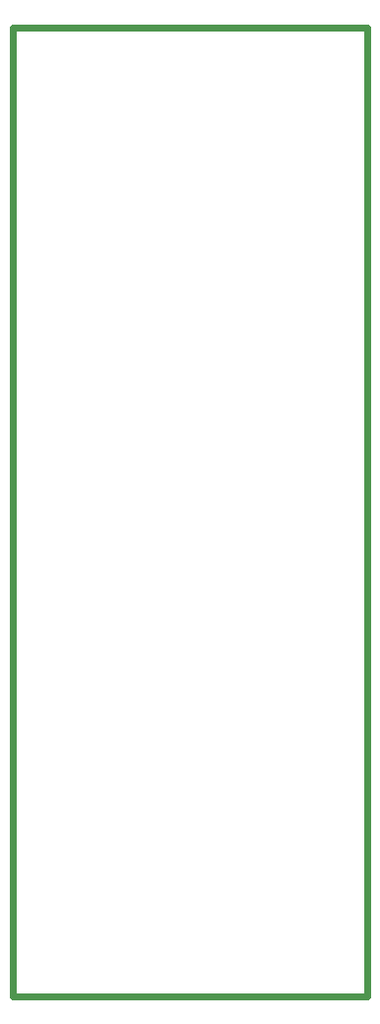
<source format=gbp>
G75*
G70*
%OFA0B0*%
%FSLAX24Y24*%
%IPPOS*%
%LPD*%
%AMOC8*
5,1,8,0,0,1.08239X$1,22.5*
%
%ADD10C,0.0240*%
D10*
X000284Y000380D02*
X000284Y033135D01*
X012292Y033135D01*
X012292Y000380D01*
X000284Y000380D01*
M02*

</source>
